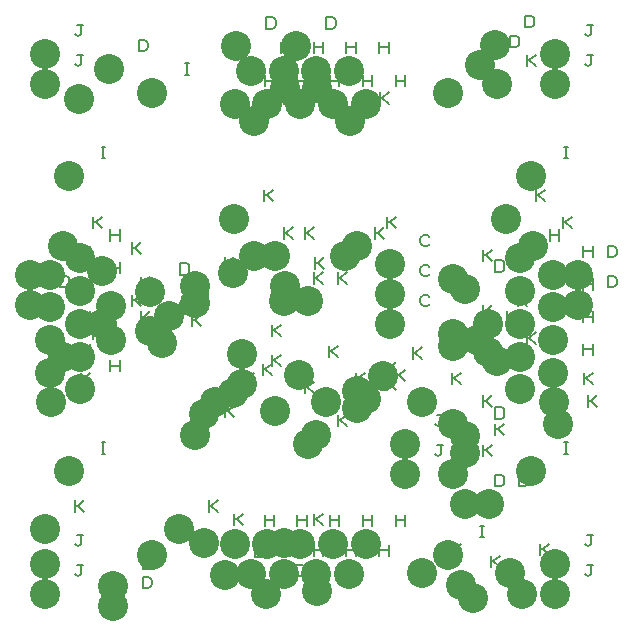
<source format=gbr>
%FSLAX14Y14*%
%MOIN*%
G04 EasyPC Gerber Version 18.0.1 Build 3581 *
%ADD71C,0.00500*%
%ADD87C,0.10000*%
X0Y0D02*
D02*
D71*
X2025Y11399D02*
Y11774D01*
X2213*
X2275Y11743*
X2306Y11711*
X2338Y11649*
Y11524*
X2306Y11461*
X2275Y11430*
X2213Y11399*
X2025*
Y12399D02*
Y12774D01*
X2213*
X2275Y12743*
X2306Y12711*
X2338Y12649*
Y12524*
X2306Y12461*
X2275Y12430*
X2213Y12399*
X2025*
X2525Y1836D02*
X2556Y1805D01*
X2619Y1774*
X2681Y1805*
X2713Y1836*
Y2149*
X2775*
X2713D02*
X2588D01*
X2525Y2836D02*
X2556Y2805D01*
X2619Y2774*
X2681Y2805*
X2713Y2836*
Y3149*
X2775*
X2713D02*
X2588D01*
X2525Y3924D02*
Y4299D01*
Y4111D02*
X2619D01*
X2838Y4299*
X2619Y4111D02*
X2838Y3924D01*
X2525Y18836D02*
X2556Y18805D01*
X2619Y18774*
X2681Y18805*
X2713Y18836*
Y19149*
X2775*
X2713D02*
X2588D01*
X2525Y19836D02*
X2556Y19805D01*
X2619Y19774*
X2681Y19805*
X2713Y19836*
Y20149*
X2775*
X2713D02*
X2588D01*
X2700Y9138D02*
Y9513D01*
Y9325D02*
X3013D01*
Y9138D02*
Y9513D01*
X2700Y10228D02*
Y10603D01*
Y10416D02*
X3013D01*
Y10228D02*
Y10603D01*
X2700Y11319D02*
Y11694D01*
Y11507D02*
X3013D01*
Y11319D02*
Y11694D01*
X2700Y12410D02*
Y12785D01*
Y12597D02*
X3013D01*
Y12410D02*
Y12785D01*
X2725Y8174D02*
Y8549D01*
Y8361D02*
X2819D01*
X3038Y8549*
X2819Y8361D02*
X3038Y8174D01*
X3125Y9674D02*
Y10049D01*
Y9861D02*
X3219D01*
X3438Y10049*
X3219Y9861D02*
X3438Y9674D01*
X3125Y13374D02*
Y13749D01*
Y13561D02*
X3219D01*
X3438Y13749*
X3219Y13561D02*
X3438Y13374D01*
X3409Y5854D02*
X3534D01*
X3471D02*
Y6229D01*
X3409D02*
X3534D01*
X3409Y15694D02*
X3534D01*
X3471D02*
Y16069D01*
X3409D02*
X3534D01*
X3650Y18274D02*
Y18649D01*
X3838*
X3900Y18618*
X3931Y18586*
X3963Y18524*
Y18399*
X3931Y18336*
X3900Y18305*
X3838Y18274*
X3650*
X3700Y8593D02*
Y8968D01*
Y8780D02*
X4013D01*
Y8593D02*
Y8968D01*
X3700Y9683D02*
Y10058D01*
Y9871D02*
X4013D01*
Y9683D02*
Y10058D01*
X3700Y10774D02*
Y11149D01*
Y10961D02*
X4013D01*
Y10774D02*
Y11149D01*
X3700Y11864D02*
Y12239D01*
Y12052D02*
X4013D01*
Y11864D02*
Y12239D01*
X3700Y12955D02*
Y13330D01*
Y13142D02*
X4013D01*
Y12955D02*
Y13330D01*
X4425Y10774D02*
Y11149D01*
Y10961D02*
X4519D01*
X4738Y11149*
X4519Y10961D02*
X4738Y10774D01*
X4425Y12524D02*
Y12899D01*
Y12711D02*
X4519D01*
X4738Y12899*
X4519Y12711D02*
X4738Y12524D01*
X4650Y19274D02*
Y19649D01*
X4838*
X4900Y19618*
X4931Y19586*
X4963Y19524*
Y19399*
X4931Y19336*
X4900Y19305*
X4838Y19274*
X4650*
X4725Y10224D02*
Y10599D01*
Y10411D02*
X4819D01*
X5038Y10599*
X4819Y10411D02*
X5038Y10224D01*
X4725Y11374D02*
Y11749D01*
Y11561D02*
X4819D01*
X5038Y11749*
X4819Y11561D02*
X5038Y11374D01*
X4775Y1374D02*
Y1749D01*
X4963*
X5025Y1718*
X5056Y1686*
X5088Y1624*
Y1499*
X5056Y1436*
X5025Y1405*
X4963Y1374*
X4775*
Y2024D02*
Y2399D01*
X4963*
X5025Y2368*
X5056Y2336*
X5088Y2274*
Y2149*
X5056Y2086*
X5025Y2055*
X4963Y2024*
X4775*
X6025Y10524D02*
Y10899D01*
X6213*
X6275Y10868*
X6306Y10836*
X6338Y10774*
Y10649*
X6306Y10586*
X6275Y10555*
X6213Y10524*
X6025*
Y11824D02*
Y12199D01*
X6213*
X6275Y12168*
X6306Y12136*
X6338Y12074*
Y11949*
X6306Y11886*
X6275Y11855*
X6213Y11824*
X6025*
X6199Y3064D02*
X6324D01*
X6261D02*
Y3439D01*
X6199D02*
X6324D01*
X6199Y18484D02*
X6324D01*
X6261D02*
Y18859D01*
X6199D02*
X6324D01*
X6425Y10124D02*
Y10499D01*
Y10311D02*
X6519D01*
X6738Y10499*
X6519Y10311D02*
X6738Y10124D01*
X6650Y11029D02*
Y11404D01*
X6838*
X6900Y11373*
X6931Y11341*
X6963Y11279*
Y11154*
X6931Y11091*
X6900Y11060*
X6838Y11029*
X6650*
X6975Y3924D02*
Y4299D01*
Y4111D02*
X7069D01*
X7288Y4299*
X7069Y4111D02*
X7288Y3924D01*
X7525Y7074D02*
Y7449D01*
Y7261D02*
X7619D01*
X7838Y7449*
X7619Y7261D02*
X7838Y7074D01*
X7525Y11474D02*
Y11849D01*
Y11661D02*
X7619D01*
X7838Y11849*
X7619Y11661D02*
X7838Y11474D01*
X7525Y12024D02*
Y12399D01*
Y12211D02*
X7619D01*
X7838Y12399*
X7619Y12211D02*
X7838Y12024D01*
X7825Y3474D02*
Y3849D01*
Y3661D02*
X7919D01*
X8138Y3849*
X7919Y3661D02*
X8138Y3474D01*
X7825Y7774D02*
Y8149D01*
Y7961D02*
X7919D01*
X8138Y8149*
X7919Y7961D02*
X8138Y7774D01*
X8175Y8174D02*
Y8549D01*
Y8361D02*
X8269D01*
X8488Y8549*
X8269Y8361D02*
X8488Y8174D01*
X8525Y2399D02*
Y2774D01*
X8713*
X8775Y2743*
X8806Y2711*
X8838Y2649*
Y2524*
X8806Y2461*
X8775Y2430*
X8713Y2399*
X8525*
X8775Y8474D02*
Y8849D01*
Y8661D02*
X8869D01*
X9088Y8849*
X8869Y8661D02*
X9088Y8474D01*
X8775Y12474D02*
Y12849D01*
Y12661D02*
X8869D01*
X9088Y12849*
X8869Y12661D02*
X9088Y12474D01*
X8825Y14274D02*
Y14649D01*
Y14461D02*
X8919D01*
X9138Y14649*
X8919Y14461D02*
X9138Y14274D01*
X8844Y3449D02*
Y3824D01*
Y3636D02*
X9156D01*
Y3449D02*
Y3824D01*
X8844Y18099D02*
Y18474D01*
Y18286D02*
X9156D01*
Y18099D02*
Y18474D01*
X8900Y20024D02*
Y20399D01*
X9088*
X9150Y20368*
X9181Y20336*
X9213Y20274*
Y20149*
X9181Y20086*
X9150Y20055*
X9088Y20024*
X8900*
X9075Y8774D02*
Y9149D01*
Y8961D02*
X9169D01*
X9388Y9149*
X9169Y8961D02*
X9388Y8774D01*
X9075Y9774D02*
Y10149D01*
Y9961D02*
X9169D01*
X9388Y10149*
X9169Y9961D02*
X9388Y9774D01*
X9389Y2449D02*
Y2824D01*
Y2636D02*
X9702D01*
Y2449D02*
Y2824D01*
X9389Y19214D02*
Y19589D01*
Y19401D02*
X9702D01*
Y19214D02*
Y19589D01*
X9475Y13024D02*
Y13399D01*
Y13211D02*
X9569D01*
X9788Y13399*
X9569Y13211D02*
X9788Y13024D01*
X9475Y17524D02*
Y17899D01*
Y17711D02*
X9569D01*
X9788Y17899*
X9569Y17711D02*
X9788Y17524D01*
X9900Y1774D02*
Y2149D01*
X10088*
X10150Y2118*
X10181Y2086*
X10213Y2024*
Y1899*
X10181Y1836*
X10150Y1805*
X10088Y1774*
X9900*
X9934Y3449D02*
Y3824D01*
Y3636D02*
X10247D01*
Y3449D02*
Y3824D01*
X9934Y18099D02*
Y18474D01*
Y18286D02*
X10247D01*
Y18099D02*
Y18474D01*
X10175Y7874D02*
Y8249D01*
Y8061D02*
X10269D01*
X10488Y8249*
X10269Y8061D02*
X10488Y7874D01*
X10175Y13024D02*
Y13399D01*
Y13211D02*
X10269D01*
X10488Y13399*
X10269Y13211D02*
X10488Y13024D01*
X10475Y3474D02*
Y3849D01*
Y3661D02*
X10569D01*
X10788Y3849*
X10569Y3661D02*
X10788Y3474D01*
X10475Y11524D02*
Y11899D01*
Y11711D02*
X10569D01*
X10788Y11899*
X10569Y11711D02*
X10788Y11524D01*
X10480Y2449D02*
Y2824D01*
Y2636D02*
X10792D01*
Y2449D02*
Y2824D01*
X10480Y19214D02*
Y19589D01*
Y19401D02*
X10792D01*
Y19214D02*
Y19589D01*
X10525Y12024D02*
Y12399D01*
Y12211D02*
X10619D01*
X10838Y12399*
X10619Y12211D02*
X10838Y12024D01*
X10525Y18649D02*
Y19024D01*
Y18836D02*
X10619D01*
X10838Y19024*
X10619Y18836D02*
X10838Y18649D01*
X10900Y20024D02*
Y20399D01*
X11088*
X11150Y20368*
X11181Y20336*
X11213Y20274*
Y20149*
X11181Y20086*
X11150Y20055*
X11088Y20024*
X10900*
X10975Y9074D02*
Y9449D01*
Y9261D02*
X11069D01*
X11288Y9449*
X11069Y9261D02*
X11288Y9074D01*
X11025Y3449D02*
Y3824D01*
Y3636D02*
X11338D01*
Y3449D02*
Y3824D01*
X11025Y18099D02*
Y18474D01*
Y18286D02*
X11338D01*
Y18099D02*
Y18474D01*
X11275Y6774D02*
Y7149D01*
Y6961D02*
X11369D01*
X11588Y7149*
X11369Y6961D02*
X11588Y6774D01*
X11275Y11524D02*
Y11899D01*
Y11711D02*
X11369D01*
X11588Y11899*
X11369Y11711D02*
X11588Y11524D01*
X11570Y2449D02*
Y2824D01*
Y2636D02*
X11883D01*
Y2449D02*
Y2824D01*
X11570Y7074D02*
Y7449D01*
Y7261D02*
X11664D01*
X11883Y7449*
X11664Y7261D02*
X11883Y7074D01*
X11570Y19214D02*
Y19589D01*
Y19401D02*
X11883D01*
Y19214D02*
Y19589D01*
X11575Y1874D02*
Y2249D01*
Y2061D02*
X11669D01*
X11888Y2249*
X11669Y2061D02*
X11888Y1874D01*
X11575Y18649D02*
Y19024D01*
Y18836D02*
X11669D01*
X11888Y19024*
X11669Y18836D02*
X11888Y18649D01*
X11875Y8174D02*
Y8549D01*
Y8361D02*
X11969D01*
X12188Y8549*
X11969Y8361D02*
X12188Y8174D01*
X12116Y3449D02*
Y3824D01*
Y3636D02*
X12428D01*
Y3449D02*
Y3824D01*
X12116Y18099D02*
Y18474D01*
Y18286D02*
X12428D01*
Y18099D02*
Y18474D01*
X12525Y13024D02*
Y13399D01*
Y13211D02*
X12619D01*
X12838Y13399*
X12619Y13211D02*
X12838Y13024D01*
X12661Y2449D02*
Y2824D01*
Y2636D02*
X12973D01*
Y2449D02*
Y2824D01*
X12661Y19214D02*
Y19589D01*
Y19401D02*
X12973D01*
Y19214D02*
Y19589D01*
X12675Y17524D02*
Y17899D01*
Y17711D02*
X12769D01*
X12988Y17899*
X12769Y17711D02*
X12988Y17524D01*
X12925Y7974D02*
Y8349D01*
Y8161D02*
X13019D01*
X13238Y8349*
X13019Y8161D02*
X13238Y7974D01*
X12925Y8524D02*
Y8899D01*
Y8711D02*
X13019D01*
X13238Y8899*
X13019Y8711D02*
X13238Y8524D01*
X12925Y13374D02*
Y13749D01*
Y13561D02*
X13019D01*
X13238Y13749*
X13019Y13561D02*
X13238Y13374D01*
X13206Y3449D02*
Y3824D01*
Y3636D02*
X13519D01*
Y3449D02*
Y3824D01*
X13206Y18099D02*
Y18474D01*
Y18286D02*
X13519D01*
Y18099D02*
Y18474D01*
X13225Y8274D02*
Y8649D01*
Y8461D02*
X13319D01*
X13538Y8649*
X13319Y8461D02*
X13538Y8274D01*
X13775Y9024D02*
Y9399D01*
Y9211D02*
X13869D01*
X14088Y9399*
X13869Y9211D02*
X14088Y9024D01*
X14338Y10836D02*
X14306Y10805D01*
X14244Y10774*
X14150*
X14088Y10805*
X14056Y10836*
X14025Y10899*
Y11024*
X14056Y11086*
X14088Y11118*
X14150Y11149*
X14244*
X14306Y11118*
X14338Y11086*
Y11836D02*
X14306Y11805D01*
X14244Y11774*
X14150*
X14088Y11805*
X14056Y11836*
X14025Y11899*
Y12024*
X14056Y12086*
X14088Y12118*
X14150Y12149*
X14244*
X14306Y12118*
X14338Y12086*
Y12836D02*
X14306Y12805D01*
X14244Y12774*
X14150*
X14088Y12805*
X14056Y12836*
X14025Y12899*
Y13024*
X14056Y13086*
X14088Y13118*
X14150Y13149*
X14244*
X14306Y13118*
X14338Y13086*
X14525Y5836D02*
X14556Y5805D01*
X14619Y5774*
X14681Y5805*
X14713Y5836*
Y6149*
X14775*
X14713D02*
X14588D01*
X14525Y6836D02*
X14556Y6805D01*
X14619Y6774*
X14681Y6805*
X14713Y6836*
Y7149*
X14775*
X14713D02*
X14588D01*
X15075Y2474D02*
Y2849D01*
Y2661D02*
X15169D01*
X15388Y2849*
X15169Y2661D02*
X15388Y2474D01*
X15075Y8174D02*
Y8549D01*
Y8361D02*
X15169D01*
X15388Y8549*
X15169Y8361D02*
X15388Y8174D01*
X16039Y3064D02*
X16164D01*
X16101D02*
Y3439D01*
X16039D02*
X16164D01*
X16039Y18484D02*
X16164D01*
X16101D02*
Y18859D01*
X16039D02*
X16164D01*
X16125Y5774D02*
Y6149D01*
Y5961D02*
X16219D01*
X16438Y6149*
X16219Y5961D02*
X16438Y5774D01*
X16125Y7424D02*
Y7799D01*
Y7611D02*
X16219D01*
X16438Y7799*
X16219Y7611D02*
X16438Y7424D01*
X16125Y10024D02*
Y10399D01*
Y10211D02*
X16219D01*
X16438Y10399*
X16219Y10211D02*
X16438Y10024D01*
X16125Y10424D02*
Y10799D01*
Y10611D02*
X16219D01*
X16438Y10799*
X16219Y10611D02*
X16438Y10424D01*
X16125Y12274D02*
Y12649D01*
Y12461D02*
X16219D01*
X16438Y12649*
X16219Y12461D02*
X16438Y12274D01*
X16375Y2074D02*
Y2449D01*
Y2261D02*
X16469D01*
X16688Y2449*
X16469Y2261D02*
X16688Y2074D01*
X16525Y4774D02*
Y5149D01*
X16713*
X16775Y5118*
X16806Y5086*
X16838Y5024*
Y4899*
X16806Y4836*
X16775Y4805*
X16713Y4774*
X16525*
Y6474D02*
Y6849D01*
Y6661D02*
X16619D01*
X16838Y6849*
X16619Y6661D02*
X16838Y6474D01*
X16525Y7024D02*
Y7399D01*
X16713*
X16775Y7368*
X16806Y7336*
X16838Y7274*
Y7149*
X16806Y7086*
X16775Y7055*
X16713Y7024*
X16525*
Y11924D02*
Y12299D01*
X16713*
X16775Y12268*
X16806Y12236*
X16838Y12174*
Y12049*
X16806Y11986*
X16775Y11955*
X16713Y11924*
X16525*
X16775Y1649D02*
Y2024D01*
X16963*
X17025Y1993*
X17056Y1961*
X17088Y1899*
Y1774*
X17056Y1711*
X17025Y1680*
X16963Y1649*
X16775*
X16925Y10224D02*
Y10599D01*
Y10411D02*
X17019D01*
X17238Y10599*
X17019Y10411D02*
X17238Y10224D01*
X17025Y19399D02*
Y19774D01*
X17213*
X17275Y19743*
X17306Y19711*
X17338Y19649*
Y19524*
X17306Y19461*
X17275Y19430*
X17213Y19399*
X17025*
X17275Y9824D02*
Y10199D01*
Y10011D02*
X17369D01*
X17588Y10199*
X17369Y10011D02*
X17588Y9824D01*
X17275Y10774D02*
Y11149D01*
Y10961D02*
X17369D01*
X17588Y11149*
X17369Y10961D02*
X17588Y10774D01*
X17325Y4774D02*
Y5149D01*
X17513*
X17575Y5118*
X17606Y5086*
X17638Y5024*
Y4899*
X17606Y4836*
X17575Y4805*
X17513Y4774*
X17325*
X17525Y20074D02*
Y20449D01*
X17713*
X17775Y20418*
X17806Y20386*
X17838Y20324*
Y20199*
X17806Y20136*
X17775Y20105*
X17713Y20074*
X17525*
X17575Y9524D02*
Y9899D01*
Y9711D02*
X17669D01*
X17888Y9899*
X17669Y9711D02*
X17888Y9524D01*
X17575Y18774D02*
Y19149D01*
Y18961D02*
X17669D01*
X17888Y19149*
X17669Y18961D02*
X17888Y18774D01*
X17875Y14274D02*
Y14649D01*
Y14461D02*
X17969D01*
X18188Y14649*
X17969Y14461D02*
X18188Y14274D01*
X18025Y2474D02*
Y2849D01*
Y2661D02*
X18119D01*
X18338Y2849*
X18119Y2661D02*
X18338Y2474D01*
X18350Y8593D02*
Y8968D01*
Y8780D02*
X18663D01*
Y8593D02*
Y8968D01*
X18350Y9683D02*
Y10058D01*
Y9871D02*
X18663D01*
Y9683D02*
Y10058D01*
X18350Y10774D02*
Y11149D01*
Y10961D02*
X18663D01*
Y10774D02*
Y11149D01*
X18350Y11864D02*
Y12239D01*
Y12052D02*
X18663D01*
Y11864D02*
Y12239D01*
X18350Y12955D02*
Y13330D01*
Y13142D02*
X18663D01*
Y12955D02*
Y13330D01*
X18425Y1774D02*
Y2149D01*
Y1961D02*
X18519D01*
X18738Y2149*
X18519Y1961D02*
X18738Y1774D01*
X18829Y5854D02*
X18954D01*
X18891D02*
Y6229D01*
X18829D02*
X18954D01*
X18829Y15694D02*
X18954D01*
X18891D02*
Y16069D01*
X18829D02*
X18954D01*
X18775Y13374D02*
Y13749D01*
Y13561D02*
X18869D01*
X19088Y13749*
X18869Y13561D02*
X19088Y13374D01*
X19465Y9138D02*
Y9513D01*
Y9325D02*
X19778D01*
Y9138D02*
Y9513D01*
X19465Y10228D02*
Y10603D01*
Y10416D02*
X19778D01*
Y10228D02*
Y10603D01*
X19465Y11319D02*
Y11694D01*
Y11507D02*
X19778D01*
Y11319D02*
Y11694D01*
X19465Y12410D02*
Y12785D01*
Y12597D02*
X19778D01*
Y12410D02*
Y12785D01*
X19475Y8174D02*
Y8549D01*
Y8361D02*
X19569D01*
X19788Y8549*
X19569Y8361D02*
X19788Y8174D01*
X19525Y1836D02*
X19556Y1805D01*
X19619Y1774*
X19681Y1805*
X19713Y1836*
Y2149*
X19775*
X19713D02*
X19588D01*
X19525Y2836D02*
X19556Y2805D01*
X19619Y2774*
X19681Y2805*
X19713Y2836*
Y3149*
X19775*
X19713D02*
X19588D01*
X19525Y18836D02*
X19556Y18805D01*
X19619Y18774*
X19681Y18805*
X19713Y18836*
Y19149*
X19775*
X19713D02*
X19588D01*
X19525Y19836D02*
X19556Y19805D01*
X19619Y19774*
X19681Y19805*
X19713Y19836*
Y20149*
X19775*
X19713D02*
X19588D01*
X19625Y7424D02*
Y7799D01*
Y7611D02*
X19719D01*
X19938Y7799*
X19719Y7611D02*
X19938Y7424D01*
X20275Y11399D02*
Y11774D01*
X20463*
X20525Y11743*
X20556Y11711*
X20588Y11649*
Y11524*
X20556Y11461*
X20525Y11430*
X20463Y11399*
X20275*
Y12399D02*
Y12774D01*
X20463*
X20525Y12743*
X20556Y12711*
X20588Y12649*
Y12524*
X20556Y12461*
X20525Y12430*
X20463Y12399*
X20275*
D02*
D87*
X1025Y10805D03*
Y11805D03*
X1525Y1180D03*
Y2180D03*
Y3330D03*
Y18180D03*
Y19180D03*
X1700Y8544D03*
Y9635D03*
Y10725D03*
Y11816D03*
X1725Y7580D03*
X2125Y9080D03*
Y12780D03*
X2315Y5260D03*
Y15100D03*
X2650Y17680D03*
X2700Y7999D03*
Y9089D03*
Y10180D03*
Y11271D03*
Y12361D03*
X3425Y10180D03*
Y11930D03*
X3650Y18680D03*
X3725Y9630D03*
Y10780D03*
X3775Y780D03*
Y1430D03*
X5025Y9930D03*
Y11230D03*
X5105Y2470D03*
Y17890D03*
X5425Y9530D03*
X5650Y10435D03*
X5975Y3330D03*
X6525Y6480D03*
Y10880D03*
Y11430D03*
X6825Y2880D03*
Y7180D03*
X7175Y7580D03*
X7525Y1805D03*
X7775Y7880D03*
Y11880D03*
X7825Y13680D03*
X7844Y2855D03*
Y17505D03*
X7900Y19430D03*
X8075Y8180D03*
Y9180D03*
X8389Y1855D03*
Y18620D03*
X8475Y12430D03*
Y16930D03*
X8900Y1180D03*
X8934Y2855D03*
Y17505D03*
X9175Y7280D03*
Y12430D03*
X9475Y2880D03*
Y10930D03*
X9480Y1855D03*
Y18620D03*
X9525Y11430D03*
Y18055D03*
X9900Y19430D03*
X9975Y8480D03*
X10025Y2855D03*
Y17505D03*
X10275Y6180D03*
Y10930D03*
X10570Y1855D03*
Y6480D03*
Y18620D03*
X10575Y1280D03*
Y18055D03*
X10875Y7580D03*
X11116Y2855D03*
Y17505D03*
X11525Y12430D03*
X11661Y1855D03*
Y18620D03*
X11675Y16930D03*
X11925Y7380D03*
Y7930D03*
Y12780D03*
X12206Y2855D03*
Y17505D03*
X12225Y7680D03*
X12775Y8430D03*
X13025Y10180D03*
Y11180D03*
Y12180D03*
X13525Y5180D03*
Y6180D03*
X14075Y1880D03*
Y7580D03*
X14945Y2470D03*
Y17890D03*
X15125Y5180D03*
Y6830D03*
Y9430D03*
Y9830D03*
Y11680D03*
X15375Y1480D03*
X15525Y4180D03*
Y5880D03*
Y6430D03*
Y11330D03*
X15775Y1055D03*
X15925Y9630D03*
X16025Y18805D03*
X16275Y9230D03*
Y10180D03*
X16325Y4180D03*
X16525Y19480D03*
X16575Y8930D03*
Y18180D03*
X16875Y13680D03*
X17025Y1880D03*
X17350Y7999D03*
Y9089D03*
Y10180D03*
Y11271D03*
Y12361D03*
X17425Y1180D03*
X17735Y5260D03*
Y15100D03*
X17775Y12780D03*
X18465Y8544D03*
Y9635D03*
Y10725D03*
Y11816D03*
X18475Y7580D03*
X18525Y1180D03*
Y2180D03*
Y18180D03*
Y19180D03*
X18625Y6830D03*
X19275Y10805D03*
Y11805D03*
X0Y0D02*
M02*

</source>
